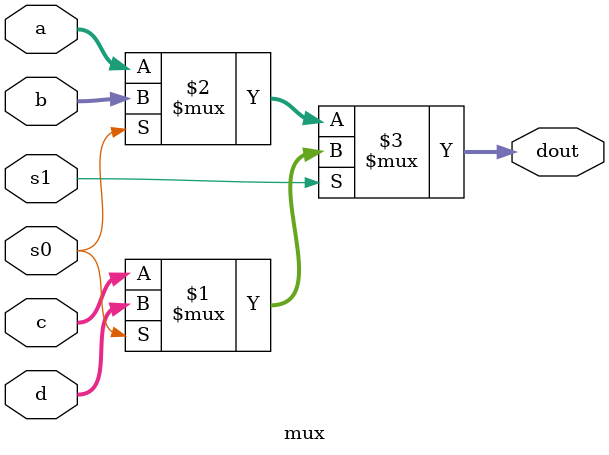
<source format=v>
module mux ( input [7:0]a,b,c,d, 
input s0, s1,
output [7:0]dout); 
assign dout = s1 ? (s0 ? d : c) : (s0 ? b : a); 
endmodule

</source>
